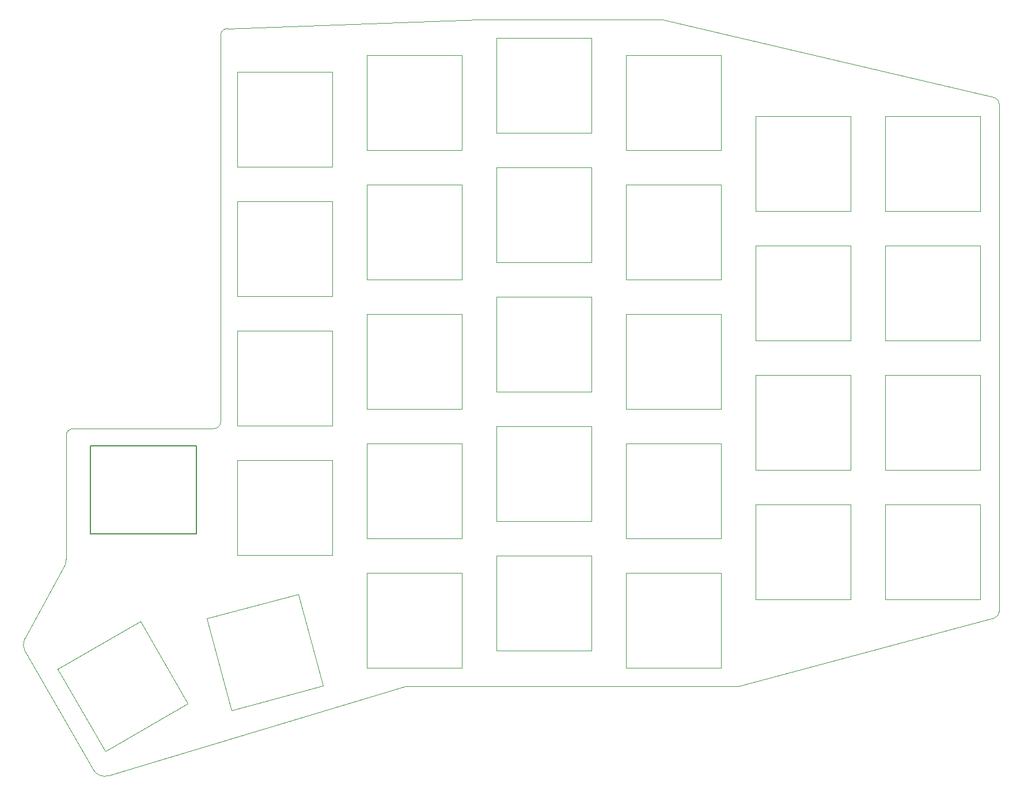
<source format=gbr>
%TF.GenerationSoftware,KiCad,Pcbnew,8.0.4-8.0.4-0~ubuntu24.04.1*%
%TF.CreationDate,2024-08-12T14:45:40+02:00*%
%TF.ProjectId,SofleKeyboardTopPlate,536f666c-654b-4657-9962-6f617264546f,rev?*%
%TF.SameCoordinates,Original*%
%TF.FileFunction,Profile,NP*%
%FSLAX46Y46*%
G04 Gerber Fmt 4.6, Leading zero omitted, Abs format (unit mm)*
G04 Created by KiCad (PCBNEW 8.0.4-8.0.4-0~ubuntu24.04.1) date 2024-08-12 14:45:40*
%MOMM*%
%LPD*%
G01*
G04 APERTURE LIST*
%TA.AperFunction,Profile*%
%ADD10C,0.100000*%
%TD*%
%TA.AperFunction,Profile*%
%ADD11C,0.150000*%
%TD*%
%TA.AperFunction,Profile*%
%ADD12C,0.120000*%
%TD*%
G04 APERTURE END LIST*
D10*
X92331436Y-145655171D02*
X82341192Y-128315644D01*
X88400000Y-114403600D02*
X88297200Y-115053600D01*
X88297200Y-115053600D02*
X88097200Y-115653600D01*
X82290056Y-126397917D02*
X88097200Y-115653600D01*
X149097200Y-35249600D02*
X112054240Y-36604523D01*
X138251328Y-133450000D02*
X187225000Y-133450000D01*
X138251328Y-133450000D02*
X94620000Y-146580000D01*
X149097200Y-35249600D02*
X176047200Y-35249600D01*
X88400000Y-114403600D02*
X88400000Y-96498600D01*
D11*
X91950000Y-110999800D02*
X107550000Y-110999800D01*
D10*
X224809380Y-123373525D02*
X187225000Y-133450250D01*
X89400000Y-95498600D02*
X110097200Y-95498600D01*
X176047200Y-35249600D02*
X224757209Y-46721953D01*
X111097200Y-94498600D02*
G75*
G02*
X110097200Y-95498600I-1000000J0D01*
G01*
X224757209Y-46721953D02*
G75*
G02*
X225550026Y-47700250I-207609J-978647D01*
G01*
D11*
X91950000Y-97999800D02*
X91950000Y-110999800D01*
X107550000Y-97999800D02*
X91950000Y-97999800D01*
X107550000Y-110999800D02*
X107550000Y-97999800D01*
D10*
X225550000Y-47700250D02*
X225550000Y-122407750D01*
X88400000Y-96498600D02*
G75*
G02*
X89400000Y-95498600I1000000J0D01*
G01*
X82341192Y-128315644D02*
G75*
G02*
X82290072Y-126397925I1729508J1005644D01*
G01*
X225550000Y-122407750D02*
G75*
G02*
X224809366Y-123373472I-999600J-250D01*
G01*
X94620000Y-146580000D02*
G75*
G02*
X92331467Y-145655153I-554500J1921800D01*
G01*
X111097200Y-37603600D02*
G75*
G02*
X112054241Y-36604536I1000300J-300D01*
G01*
X111097200Y-94498600D02*
X111097200Y-37603600D01*
D12*
X208800000Y-63500000D02*
X222800000Y-63500000D01*
X222800000Y-49500000D02*
X208800000Y-49500000D01*
X222800000Y-63500000D02*
X222800000Y-49500000D01*
X208800000Y-49500000D02*
X208800000Y-63500000D01*
X189750000Y-49500000D02*
X189750000Y-63500000D01*
X203750000Y-63500000D02*
X203750000Y-49500000D01*
X203750000Y-49500000D02*
X189750000Y-49500000D01*
X189750000Y-63500000D02*
X203750000Y-63500000D01*
X189750000Y-82550000D02*
X203750000Y-82550000D01*
X203750000Y-68550000D02*
X189750000Y-68550000D01*
X189750000Y-68550000D02*
X189750000Y-82550000D01*
X203750000Y-82550000D02*
X203750000Y-68550000D01*
X208800000Y-68550000D02*
X208800000Y-82550000D01*
X222800000Y-68550000D02*
X208800000Y-68550000D01*
X222800000Y-82550000D02*
X222800000Y-68550000D01*
X208800000Y-82550000D02*
X222800000Y-82550000D01*
X189750000Y-87600000D02*
X189750000Y-101600000D01*
X203750000Y-101600000D02*
X203750000Y-87600000D01*
X189750000Y-101600000D02*
X203750000Y-101600000D01*
X203750000Y-87600000D02*
X189750000Y-87600000D01*
X222800000Y-101600000D02*
X222800000Y-87600000D01*
X208800000Y-101600000D02*
X222800000Y-101600000D01*
X208800000Y-87600000D02*
X208800000Y-101600000D01*
X222800000Y-87600000D02*
X208800000Y-87600000D01*
X203750000Y-120650000D02*
X203750000Y-106650000D01*
X203750000Y-106650000D02*
X189750000Y-106650000D01*
X189750000Y-106650000D02*
X189750000Y-120650000D01*
X189750000Y-120650000D02*
X203750000Y-120650000D01*
X184700000Y-54500000D02*
X184700000Y-40500000D01*
X184700000Y-40500000D02*
X170700000Y-40500000D01*
X170700000Y-40500000D02*
X170700000Y-54500000D01*
X170700000Y-54500000D02*
X184700000Y-54500000D01*
X184700000Y-59550000D02*
X170700000Y-59550000D01*
X184700000Y-73550000D02*
X184700000Y-59550000D01*
X170700000Y-59550000D02*
X170700000Y-73550000D01*
X170700000Y-73550000D02*
X184700000Y-73550000D01*
X184700000Y-92600000D02*
X184700000Y-78600000D01*
X170700000Y-92600000D02*
X184700000Y-92600000D01*
X170700000Y-78600000D02*
X170700000Y-92600000D01*
X184700000Y-78600000D02*
X170700000Y-78600000D01*
X170700000Y-111650000D02*
X184700000Y-111650000D01*
X170700000Y-97650000D02*
X170700000Y-111650000D01*
X184700000Y-111650000D02*
X184700000Y-97650000D01*
X184700000Y-97650000D02*
X170700000Y-97650000D01*
X184700000Y-130700000D02*
X184700000Y-116700000D01*
X170700000Y-116700000D02*
X170700000Y-130700000D01*
X184700000Y-116700000D02*
X170700000Y-116700000D01*
X170700000Y-130700000D02*
X184700000Y-130700000D01*
X151650000Y-52000000D02*
X165650000Y-52000000D01*
X165650000Y-52000000D02*
X165650000Y-38000000D01*
X151650000Y-38000000D02*
X151650000Y-52000000D01*
X165650000Y-38000000D02*
X151650000Y-38000000D01*
X165650000Y-71050000D02*
X165650000Y-57050000D01*
X151650000Y-71050000D02*
X165650000Y-71050000D01*
X165650000Y-57050000D02*
X151650000Y-57050000D01*
X151650000Y-57050000D02*
X151650000Y-71050000D01*
X151650000Y-90100000D02*
X165650000Y-90100000D01*
X165650000Y-90100000D02*
X165650000Y-76100000D01*
X165650000Y-76100000D02*
X151650000Y-76100000D01*
X151650000Y-76100000D02*
X151650000Y-90100000D01*
X151650000Y-109150000D02*
X165650000Y-109150000D01*
X165650000Y-109150000D02*
X165650000Y-95150000D01*
X151650000Y-95150000D02*
X151650000Y-109150000D01*
X165650000Y-95150000D02*
X151650000Y-95150000D01*
X151650000Y-128200000D02*
X165650000Y-128200000D01*
X165650000Y-114200000D02*
X151650000Y-114200000D01*
X165650000Y-128200000D02*
X165650000Y-114200000D01*
X151650000Y-114200000D02*
X151650000Y-128200000D01*
X146600000Y-54500000D02*
X146600000Y-40500000D01*
X132600000Y-54500000D02*
X146600000Y-54500000D01*
X132600000Y-40500000D02*
X132600000Y-54500000D01*
X146600000Y-40500000D02*
X132600000Y-40500000D01*
X146600000Y-73550000D02*
X146600000Y-59550000D01*
X132600000Y-59550000D02*
X132600000Y-73550000D01*
X146600000Y-59550000D02*
X132600000Y-59550000D01*
X132600000Y-73550000D02*
X146600000Y-73550000D01*
X146600000Y-92600000D02*
X146600000Y-78600000D01*
X146600000Y-78600000D02*
X132600000Y-78600000D01*
X132600000Y-78600000D02*
X132600000Y-92600000D01*
X132600000Y-92600000D02*
X146600000Y-92600000D01*
X132600000Y-97650000D02*
X132600000Y-111650000D01*
X146600000Y-111650000D02*
X146600000Y-97650000D01*
X146600000Y-97650000D02*
X132600000Y-97650000D01*
X132600000Y-111650000D02*
X146600000Y-111650000D01*
X146600000Y-130700000D02*
X146600000Y-116700000D01*
X132600000Y-116700000D02*
X132600000Y-130700000D01*
X146600000Y-116700000D02*
X132600000Y-116700000D01*
X132600000Y-130700000D02*
X146600000Y-130700000D01*
X113550000Y-43000000D02*
X113550000Y-57000000D01*
X113550000Y-57000000D02*
X127550000Y-57000000D01*
X127550000Y-43000000D02*
X113550000Y-43000000D01*
X127550000Y-57000000D02*
X127550000Y-43000000D01*
X113550000Y-76050000D02*
X127550000Y-76050000D01*
X127550000Y-76050000D02*
X127550000Y-62050000D01*
X113550000Y-62050000D02*
X113550000Y-76050000D01*
X127550000Y-62050000D02*
X113550000Y-62050000D01*
X113550000Y-81100000D02*
X113550000Y-95100000D01*
X113550000Y-95100000D02*
X127550000Y-95100000D01*
X127550000Y-95100000D02*
X127550000Y-81100000D01*
X127550000Y-81100000D02*
X113550000Y-81100000D01*
X113550000Y-100150000D02*
X113550000Y-114150000D01*
X113550000Y-114150000D02*
X127550000Y-114150000D01*
X127550000Y-114150000D02*
X127550000Y-100150000D01*
X127550000Y-100150000D02*
X113550000Y-100150000D01*
X109026786Y-123450253D02*
X112650253Y-136973214D01*
X126173214Y-133349747D02*
X122549747Y-119826786D01*
X112650253Y-136973214D02*
X126173214Y-133349747D01*
X122549747Y-119826786D02*
X109026786Y-123450253D01*
X87147822Y-130837822D02*
X94147822Y-142962178D01*
X99272178Y-123837822D02*
X87147822Y-130837822D01*
X94147822Y-142962178D02*
X106272178Y-135962178D01*
X106272178Y-135962178D02*
X99272178Y-123837822D01*
X208800000Y-120650000D02*
X222800000Y-120650000D01*
X222800000Y-120650000D02*
X222800000Y-106650000D01*
X208800000Y-106650000D02*
X208800000Y-120650000D01*
X222800000Y-106650000D02*
X208800000Y-106650000D01*
M02*

</source>
